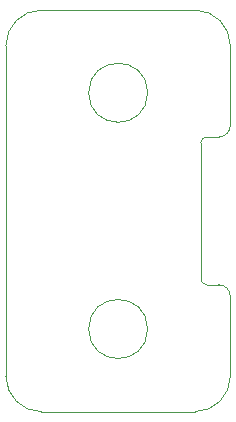
<source format=gm1>
G04 #@! TF.GenerationSoftware,KiCad,Pcbnew,5.1.9+dfsg1-1+deb11u1*
G04 #@! TF.CreationDate,2023-07-28T22:27:54+09:00*
G04 #@! TF.ProjectId,z-belt-cla_p,7a2d6265-6c74-42d6-936c-612c702e6b69,rev?*
G04 #@! TF.SameCoordinates,Original*
G04 #@! TF.FileFunction,Profile,NP*
%FSLAX46Y46*%
G04 Gerber Fmt 4.6, Leading zero omitted, Abs format (unit mm)*
G04 Created by KiCad (PCBNEW 5.1.9+dfsg1-1+deb11u1) date 2023-07-28 22:27:54*
%MOMM*%
%LPD*%
G01*
G04 APERTURE LIST*
G04 #@! TA.AperFunction,Profile*
%ADD10C,0.050000*%
G04 #@! TD*
G04 APERTURE END LIST*
D10*
X134000000Y-116250000D02*
G75*
G02*
X131000000Y-113250000I0J3000000D01*
G01*
X149000000Y-105500000D02*
G75*
G02*
X150000000Y-106500000I0J-1000000D01*
G01*
X131000000Y-85250000D02*
G75*
G02*
X134000000Y-82250000I3000000J0D01*
G01*
X134000000Y-82250000D02*
X147000000Y-82250000D01*
X131000000Y-113250000D02*
X131000000Y-85250000D01*
X150000000Y-113250000D02*
G75*
G02*
X147000000Y-116250000I-3000000J0D01*
G01*
X147500000Y-105000000D02*
X147500000Y-93500000D01*
X143000000Y-89250000D02*
G75*
G03*
X143000000Y-89250000I-2500000J0D01*
G01*
X147000000Y-116250000D02*
X134000000Y-116250000D01*
X148000000Y-93000000D02*
X149000000Y-93000000D01*
X147500000Y-93500000D02*
G75*
G02*
X148000000Y-93000000I500000J0D01*
G01*
X149000000Y-105500000D02*
X148000000Y-105500000D01*
X148000000Y-105500000D02*
G75*
G02*
X147500000Y-105000000I0J500000D01*
G01*
X150000000Y-106500000D02*
X150000000Y-113250000D01*
X150000000Y-85250000D02*
X150000000Y-92000000D01*
X147000000Y-82250000D02*
G75*
G02*
X150000000Y-85250000I0J-3000000D01*
G01*
X143000000Y-109250000D02*
G75*
G03*
X143000000Y-109250000I-2500000J0D01*
G01*
X150000000Y-92000000D02*
G75*
G02*
X149000000Y-93000000I-1000000J0D01*
G01*
M02*

</source>
